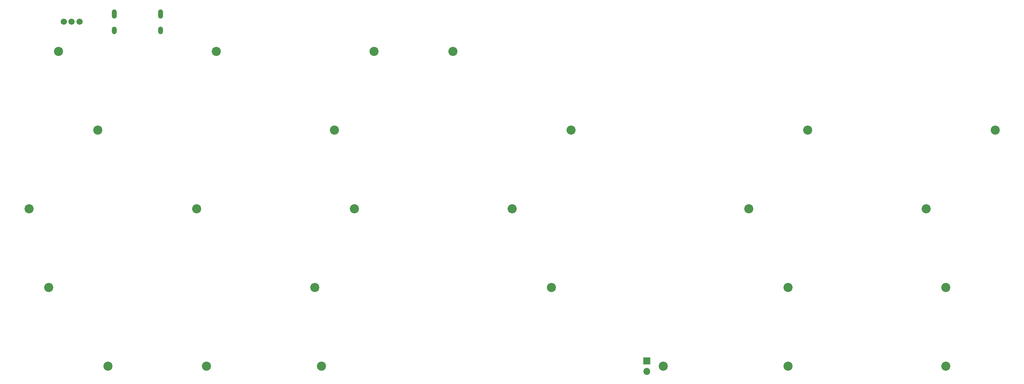
<source format=gbr>
%TF.GenerationSoftware,KiCad,Pcbnew,8.0.8*%
%TF.CreationDate,2025-03-01T16:07:25+01:00*%
%TF.ProjectId,the-nicholas-van prototype,7468652d-6e69-4636-986f-6c61732d7661,rev?*%
%TF.SameCoordinates,Original*%
%TF.FileFunction,Soldermask,Top*%
%TF.FilePolarity,Negative*%
%FSLAX46Y46*%
G04 Gerber Fmt 4.6, Leading zero omitted, Abs format (unit mm)*
G04 Created by KiCad (PCBNEW 8.0.8) date 2025-03-01 16:07:25*
%MOMM*%
%LPD*%
G01*
G04 APERTURE LIST*
%ADD10C,2.200000*%
%ADD11C,1.500000*%
%ADD12R,1.700000X1.700000*%
%ADD13O,1.700000X1.700000*%
%ADD14O,1.200000X2.250000*%
%ADD15O,1.200000X1.850000*%
G04 APERTURE END LIST*
D10*
%TO.C,H7*%
X161925000Y-77787500D03*
%TD*%
%TO.C,H22*%
X73818750Y-134937500D03*
%TD*%
%TO.C,H26*%
X252412500Y-134937500D03*
%TD*%
%TO.C,H13*%
X147637500Y-96837500D03*
%TD*%
%TO.C,H8*%
X219075000Y-77787500D03*
%TD*%
%TO.C,H19*%
X214312500Y-115887500D03*
%TD*%
%TO.C,H3*%
X114300000Y-58737500D03*
%TD*%
%TO.C,H18*%
X157162500Y-115887500D03*
%TD*%
%TO.C,H16*%
X35718750Y-115887500D03*
%TD*%
%TO.C,H25*%
X214312500Y-134937500D03*
%TD*%
%TO.C,H24*%
X184150000Y-134937500D03*
%TD*%
%TO.C,H1*%
X38100000Y-58737500D03*
%TD*%
%TO.C,H20*%
X252412500Y-115887500D03*
%TD*%
%TO.C,H17*%
X100012500Y-115887500D03*
%TD*%
%TO.C,H9*%
X264318750Y-77787500D03*
%TD*%
%TO.C,H11*%
X71437500Y-96837500D03*
%TD*%
%TO.C,H2*%
X76200000Y-58737500D03*
%TD*%
%TO.C,H10*%
X30956250Y-96837500D03*
%TD*%
%TO.C,H14*%
X204787500Y-96837500D03*
%TD*%
%TO.C,H21*%
X50006250Y-134937500D03*
%TD*%
%TO.C,H5*%
X47625000Y-77787500D03*
%TD*%
%TO.C,H23*%
X101600000Y-134937500D03*
%TD*%
%TO.C,H12*%
X109537500Y-96837500D03*
%TD*%
%TO.C,H15*%
X247650000Y-96837500D03*
%TD*%
%TO.C,H6*%
X104775000Y-77787500D03*
%TD*%
%TO.C,H4*%
X133350000Y-58737500D03*
%TD*%
D11*
%TO.C,J5*%
X39375000Y-51593750D03*
X41275000Y-51593750D03*
X43175000Y-51593750D03*
%TD*%
D12*
%TO.C,SW1*%
X180181250Y-133662500D03*
D13*
X180181250Y-136202500D03*
%TD*%
D14*
%TO.C,J3*%
X51530000Y-49650000D03*
D15*
X51530000Y-53650000D03*
D14*
X62770000Y-49650000D03*
D15*
X62770000Y-53650000D03*
%TD*%
M02*

</source>
